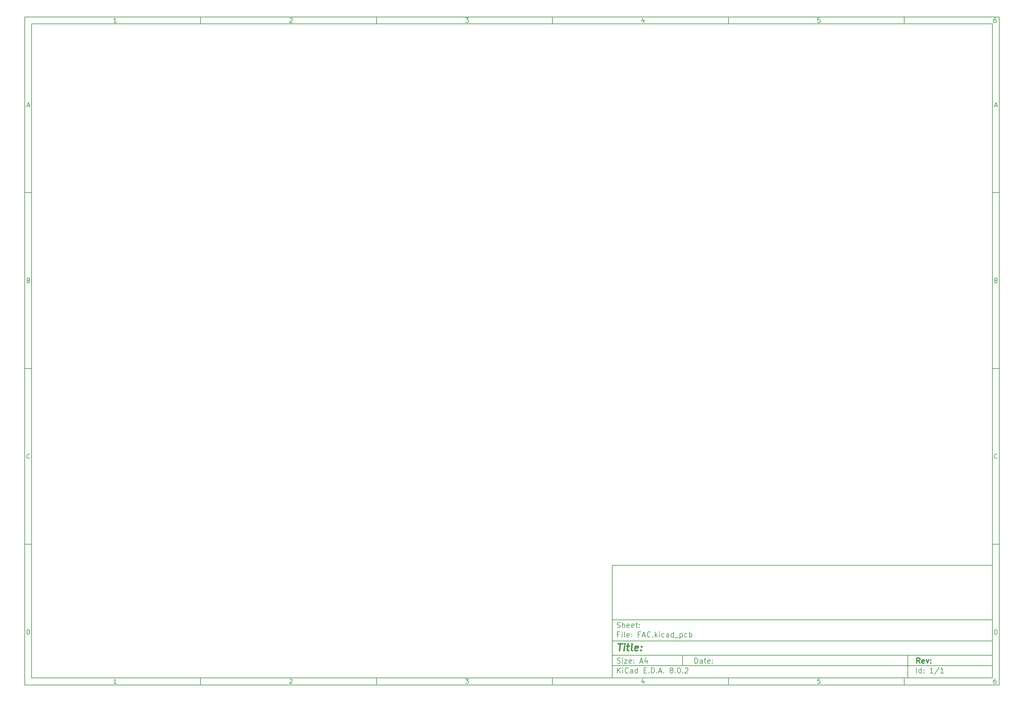
<source format=gbr>
%TF.GenerationSoftware,KiCad,Pcbnew,8.0.2*%
%TF.CreationDate,2024-06-13T18:36:30+05:30*%
%TF.ProjectId,FAC,4641432e-6b69-4636-9164-5f7063625858,rev?*%
%TF.SameCoordinates,Original*%
%TF.FileFunction,Legend,Bot*%
%TF.FilePolarity,Positive*%
%FSLAX46Y46*%
G04 Gerber Fmt 4.6, Leading zero omitted, Abs format (unit mm)*
G04 Created by KiCad (PCBNEW 8.0.2) date 2024-06-13 18:36:30*
%MOMM*%
%LPD*%
G01*
G04 APERTURE LIST*
%ADD10C,0.100000*%
%ADD11C,0.150000*%
%ADD12C,0.300000*%
%ADD13C,0.400000*%
G04 APERTURE END LIST*
D10*
D11*
X177002200Y-166007200D02*
X285002200Y-166007200D01*
X285002200Y-198007200D01*
X177002200Y-198007200D01*
X177002200Y-166007200D01*
D10*
D11*
X10000000Y-10000000D02*
X287002200Y-10000000D01*
X287002200Y-200007200D01*
X10000000Y-200007200D01*
X10000000Y-10000000D01*
D10*
D11*
X12000000Y-12000000D02*
X285002200Y-12000000D01*
X285002200Y-198007200D01*
X12000000Y-198007200D01*
X12000000Y-12000000D01*
D10*
D11*
X60000000Y-12000000D02*
X60000000Y-10000000D01*
D10*
D11*
X110000000Y-12000000D02*
X110000000Y-10000000D01*
D10*
D11*
X160000000Y-12000000D02*
X160000000Y-10000000D01*
D10*
D11*
X210000000Y-12000000D02*
X210000000Y-10000000D01*
D10*
D11*
X260000000Y-12000000D02*
X260000000Y-10000000D01*
D10*
D11*
X36089160Y-11593604D02*
X35346303Y-11593604D01*
X35717731Y-11593604D02*
X35717731Y-10293604D01*
X35717731Y-10293604D02*
X35593922Y-10479319D01*
X35593922Y-10479319D02*
X35470112Y-10603128D01*
X35470112Y-10603128D02*
X35346303Y-10665033D01*
D10*
D11*
X85346303Y-10417414D02*
X85408207Y-10355509D01*
X85408207Y-10355509D02*
X85532017Y-10293604D01*
X85532017Y-10293604D02*
X85841541Y-10293604D01*
X85841541Y-10293604D02*
X85965350Y-10355509D01*
X85965350Y-10355509D02*
X86027255Y-10417414D01*
X86027255Y-10417414D02*
X86089160Y-10541223D01*
X86089160Y-10541223D02*
X86089160Y-10665033D01*
X86089160Y-10665033D02*
X86027255Y-10850747D01*
X86027255Y-10850747D02*
X85284398Y-11593604D01*
X85284398Y-11593604D02*
X86089160Y-11593604D01*
D10*
D11*
X135284398Y-10293604D02*
X136089160Y-10293604D01*
X136089160Y-10293604D02*
X135655826Y-10788842D01*
X135655826Y-10788842D02*
X135841541Y-10788842D01*
X135841541Y-10788842D02*
X135965350Y-10850747D01*
X135965350Y-10850747D02*
X136027255Y-10912652D01*
X136027255Y-10912652D02*
X136089160Y-11036461D01*
X136089160Y-11036461D02*
X136089160Y-11345985D01*
X136089160Y-11345985D02*
X136027255Y-11469795D01*
X136027255Y-11469795D02*
X135965350Y-11531700D01*
X135965350Y-11531700D02*
X135841541Y-11593604D01*
X135841541Y-11593604D02*
X135470112Y-11593604D01*
X135470112Y-11593604D02*
X135346303Y-11531700D01*
X135346303Y-11531700D02*
X135284398Y-11469795D01*
D10*
D11*
X185965350Y-10726938D02*
X185965350Y-11593604D01*
X185655826Y-10231700D02*
X185346303Y-11160271D01*
X185346303Y-11160271D02*
X186151064Y-11160271D01*
D10*
D11*
X236027255Y-10293604D02*
X235408207Y-10293604D01*
X235408207Y-10293604D02*
X235346303Y-10912652D01*
X235346303Y-10912652D02*
X235408207Y-10850747D01*
X235408207Y-10850747D02*
X235532017Y-10788842D01*
X235532017Y-10788842D02*
X235841541Y-10788842D01*
X235841541Y-10788842D02*
X235965350Y-10850747D01*
X235965350Y-10850747D02*
X236027255Y-10912652D01*
X236027255Y-10912652D02*
X236089160Y-11036461D01*
X236089160Y-11036461D02*
X236089160Y-11345985D01*
X236089160Y-11345985D02*
X236027255Y-11469795D01*
X236027255Y-11469795D02*
X235965350Y-11531700D01*
X235965350Y-11531700D02*
X235841541Y-11593604D01*
X235841541Y-11593604D02*
X235532017Y-11593604D01*
X235532017Y-11593604D02*
X235408207Y-11531700D01*
X235408207Y-11531700D02*
X235346303Y-11469795D01*
D10*
D11*
X285965350Y-10293604D02*
X285717731Y-10293604D01*
X285717731Y-10293604D02*
X285593922Y-10355509D01*
X285593922Y-10355509D02*
X285532017Y-10417414D01*
X285532017Y-10417414D02*
X285408207Y-10603128D01*
X285408207Y-10603128D02*
X285346303Y-10850747D01*
X285346303Y-10850747D02*
X285346303Y-11345985D01*
X285346303Y-11345985D02*
X285408207Y-11469795D01*
X285408207Y-11469795D02*
X285470112Y-11531700D01*
X285470112Y-11531700D02*
X285593922Y-11593604D01*
X285593922Y-11593604D02*
X285841541Y-11593604D01*
X285841541Y-11593604D02*
X285965350Y-11531700D01*
X285965350Y-11531700D02*
X286027255Y-11469795D01*
X286027255Y-11469795D02*
X286089160Y-11345985D01*
X286089160Y-11345985D02*
X286089160Y-11036461D01*
X286089160Y-11036461D02*
X286027255Y-10912652D01*
X286027255Y-10912652D02*
X285965350Y-10850747D01*
X285965350Y-10850747D02*
X285841541Y-10788842D01*
X285841541Y-10788842D02*
X285593922Y-10788842D01*
X285593922Y-10788842D02*
X285470112Y-10850747D01*
X285470112Y-10850747D02*
X285408207Y-10912652D01*
X285408207Y-10912652D02*
X285346303Y-11036461D01*
D10*
D11*
X60000000Y-198007200D02*
X60000000Y-200007200D01*
D10*
D11*
X110000000Y-198007200D02*
X110000000Y-200007200D01*
D10*
D11*
X160000000Y-198007200D02*
X160000000Y-200007200D01*
D10*
D11*
X210000000Y-198007200D02*
X210000000Y-200007200D01*
D10*
D11*
X260000000Y-198007200D02*
X260000000Y-200007200D01*
D10*
D11*
X36089160Y-199600804D02*
X35346303Y-199600804D01*
X35717731Y-199600804D02*
X35717731Y-198300804D01*
X35717731Y-198300804D02*
X35593922Y-198486519D01*
X35593922Y-198486519D02*
X35470112Y-198610328D01*
X35470112Y-198610328D02*
X35346303Y-198672233D01*
D10*
D11*
X85346303Y-198424614D02*
X85408207Y-198362709D01*
X85408207Y-198362709D02*
X85532017Y-198300804D01*
X85532017Y-198300804D02*
X85841541Y-198300804D01*
X85841541Y-198300804D02*
X85965350Y-198362709D01*
X85965350Y-198362709D02*
X86027255Y-198424614D01*
X86027255Y-198424614D02*
X86089160Y-198548423D01*
X86089160Y-198548423D02*
X86089160Y-198672233D01*
X86089160Y-198672233D02*
X86027255Y-198857947D01*
X86027255Y-198857947D02*
X85284398Y-199600804D01*
X85284398Y-199600804D02*
X86089160Y-199600804D01*
D10*
D11*
X135284398Y-198300804D02*
X136089160Y-198300804D01*
X136089160Y-198300804D02*
X135655826Y-198796042D01*
X135655826Y-198796042D02*
X135841541Y-198796042D01*
X135841541Y-198796042D02*
X135965350Y-198857947D01*
X135965350Y-198857947D02*
X136027255Y-198919852D01*
X136027255Y-198919852D02*
X136089160Y-199043661D01*
X136089160Y-199043661D02*
X136089160Y-199353185D01*
X136089160Y-199353185D02*
X136027255Y-199476995D01*
X136027255Y-199476995D02*
X135965350Y-199538900D01*
X135965350Y-199538900D02*
X135841541Y-199600804D01*
X135841541Y-199600804D02*
X135470112Y-199600804D01*
X135470112Y-199600804D02*
X135346303Y-199538900D01*
X135346303Y-199538900D02*
X135284398Y-199476995D01*
D10*
D11*
X185965350Y-198734138D02*
X185965350Y-199600804D01*
X185655826Y-198238900D02*
X185346303Y-199167471D01*
X185346303Y-199167471D02*
X186151064Y-199167471D01*
D10*
D11*
X236027255Y-198300804D02*
X235408207Y-198300804D01*
X235408207Y-198300804D02*
X235346303Y-198919852D01*
X235346303Y-198919852D02*
X235408207Y-198857947D01*
X235408207Y-198857947D02*
X235532017Y-198796042D01*
X235532017Y-198796042D02*
X235841541Y-198796042D01*
X235841541Y-198796042D02*
X235965350Y-198857947D01*
X235965350Y-198857947D02*
X236027255Y-198919852D01*
X236027255Y-198919852D02*
X236089160Y-199043661D01*
X236089160Y-199043661D02*
X236089160Y-199353185D01*
X236089160Y-199353185D02*
X236027255Y-199476995D01*
X236027255Y-199476995D02*
X235965350Y-199538900D01*
X235965350Y-199538900D02*
X235841541Y-199600804D01*
X235841541Y-199600804D02*
X235532017Y-199600804D01*
X235532017Y-199600804D02*
X235408207Y-199538900D01*
X235408207Y-199538900D02*
X235346303Y-199476995D01*
D10*
D11*
X285965350Y-198300804D02*
X285717731Y-198300804D01*
X285717731Y-198300804D02*
X285593922Y-198362709D01*
X285593922Y-198362709D02*
X285532017Y-198424614D01*
X285532017Y-198424614D02*
X285408207Y-198610328D01*
X285408207Y-198610328D02*
X285346303Y-198857947D01*
X285346303Y-198857947D02*
X285346303Y-199353185D01*
X285346303Y-199353185D02*
X285408207Y-199476995D01*
X285408207Y-199476995D02*
X285470112Y-199538900D01*
X285470112Y-199538900D02*
X285593922Y-199600804D01*
X285593922Y-199600804D02*
X285841541Y-199600804D01*
X285841541Y-199600804D02*
X285965350Y-199538900D01*
X285965350Y-199538900D02*
X286027255Y-199476995D01*
X286027255Y-199476995D02*
X286089160Y-199353185D01*
X286089160Y-199353185D02*
X286089160Y-199043661D01*
X286089160Y-199043661D02*
X286027255Y-198919852D01*
X286027255Y-198919852D02*
X285965350Y-198857947D01*
X285965350Y-198857947D02*
X285841541Y-198796042D01*
X285841541Y-198796042D02*
X285593922Y-198796042D01*
X285593922Y-198796042D02*
X285470112Y-198857947D01*
X285470112Y-198857947D02*
X285408207Y-198919852D01*
X285408207Y-198919852D02*
X285346303Y-199043661D01*
D10*
D11*
X10000000Y-60000000D02*
X12000000Y-60000000D01*
D10*
D11*
X10000000Y-110000000D02*
X12000000Y-110000000D01*
D10*
D11*
X10000000Y-160000000D02*
X12000000Y-160000000D01*
D10*
D11*
X10690476Y-35222176D02*
X11309523Y-35222176D01*
X10566666Y-35593604D02*
X10999999Y-34293604D01*
X10999999Y-34293604D02*
X11433333Y-35593604D01*
D10*
D11*
X11092857Y-84912652D02*
X11278571Y-84974557D01*
X11278571Y-84974557D02*
X11340476Y-85036461D01*
X11340476Y-85036461D02*
X11402380Y-85160271D01*
X11402380Y-85160271D02*
X11402380Y-85345985D01*
X11402380Y-85345985D02*
X11340476Y-85469795D01*
X11340476Y-85469795D02*
X11278571Y-85531700D01*
X11278571Y-85531700D02*
X11154761Y-85593604D01*
X11154761Y-85593604D02*
X10659523Y-85593604D01*
X10659523Y-85593604D02*
X10659523Y-84293604D01*
X10659523Y-84293604D02*
X11092857Y-84293604D01*
X11092857Y-84293604D02*
X11216666Y-84355509D01*
X11216666Y-84355509D02*
X11278571Y-84417414D01*
X11278571Y-84417414D02*
X11340476Y-84541223D01*
X11340476Y-84541223D02*
X11340476Y-84665033D01*
X11340476Y-84665033D02*
X11278571Y-84788842D01*
X11278571Y-84788842D02*
X11216666Y-84850747D01*
X11216666Y-84850747D02*
X11092857Y-84912652D01*
X11092857Y-84912652D02*
X10659523Y-84912652D01*
D10*
D11*
X11402380Y-135469795D02*
X11340476Y-135531700D01*
X11340476Y-135531700D02*
X11154761Y-135593604D01*
X11154761Y-135593604D02*
X11030952Y-135593604D01*
X11030952Y-135593604D02*
X10845238Y-135531700D01*
X10845238Y-135531700D02*
X10721428Y-135407890D01*
X10721428Y-135407890D02*
X10659523Y-135284080D01*
X10659523Y-135284080D02*
X10597619Y-135036461D01*
X10597619Y-135036461D02*
X10597619Y-134850747D01*
X10597619Y-134850747D02*
X10659523Y-134603128D01*
X10659523Y-134603128D02*
X10721428Y-134479319D01*
X10721428Y-134479319D02*
X10845238Y-134355509D01*
X10845238Y-134355509D02*
X11030952Y-134293604D01*
X11030952Y-134293604D02*
X11154761Y-134293604D01*
X11154761Y-134293604D02*
X11340476Y-134355509D01*
X11340476Y-134355509D02*
X11402380Y-134417414D01*
D10*
D11*
X10659523Y-185593604D02*
X10659523Y-184293604D01*
X10659523Y-184293604D02*
X10969047Y-184293604D01*
X10969047Y-184293604D02*
X11154761Y-184355509D01*
X11154761Y-184355509D02*
X11278571Y-184479319D01*
X11278571Y-184479319D02*
X11340476Y-184603128D01*
X11340476Y-184603128D02*
X11402380Y-184850747D01*
X11402380Y-184850747D02*
X11402380Y-185036461D01*
X11402380Y-185036461D02*
X11340476Y-185284080D01*
X11340476Y-185284080D02*
X11278571Y-185407890D01*
X11278571Y-185407890D02*
X11154761Y-185531700D01*
X11154761Y-185531700D02*
X10969047Y-185593604D01*
X10969047Y-185593604D02*
X10659523Y-185593604D01*
D10*
D11*
X287002200Y-60000000D02*
X285002200Y-60000000D01*
D10*
D11*
X287002200Y-110000000D02*
X285002200Y-110000000D01*
D10*
D11*
X287002200Y-160000000D02*
X285002200Y-160000000D01*
D10*
D11*
X285692676Y-35222176D02*
X286311723Y-35222176D01*
X285568866Y-35593604D02*
X286002199Y-34293604D01*
X286002199Y-34293604D02*
X286435533Y-35593604D01*
D10*
D11*
X286095057Y-84912652D02*
X286280771Y-84974557D01*
X286280771Y-84974557D02*
X286342676Y-85036461D01*
X286342676Y-85036461D02*
X286404580Y-85160271D01*
X286404580Y-85160271D02*
X286404580Y-85345985D01*
X286404580Y-85345985D02*
X286342676Y-85469795D01*
X286342676Y-85469795D02*
X286280771Y-85531700D01*
X286280771Y-85531700D02*
X286156961Y-85593604D01*
X286156961Y-85593604D02*
X285661723Y-85593604D01*
X285661723Y-85593604D02*
X285661723Y-84293604D01*
X285661723Y-84293604D02*
X286095057Y-84293604D01*
X286095057Y-84293604D02*
X286218866Y-84355509D01*
X286218866Y-84355509D02*
X286280771Y-84417414D01*
X286280771Y-84417414D02*
X286342676Y-84541223D01*
X286342676Y-84541223D02*
X286342676Y-84665033D01*
X286342676Y-84665033D02*
X286280771Y-84788842D01*
X286280771Y-84788842D02*
X286218866Y-84850747D01*
X286218866Y-84850747D02*
X286095057Y-84912652D01*
X286095057Y-84912652D02*
X285661723Y-84912652D01*
D10*
D11*
X286404580Y-135469795D02*
X286342676Y-135531700D01*
X286342676Y-135531700D02*
X286156961Y-135593604D01*
X286156961Y-135593604D02*
X286033152Y-135593604D01*
X286033152Y-135593604D02*
X285847438Y-135531700D01*
X285847438Y-135531700D02*
X285723628Y-135407890D01*
X285723628Y-135407890D02*
X285661723Y-135284080D01*
X285661723Y-135284080D02*
X285599819Y-135036461D01*
X285599819Y-135036461D02*
X285599819Y-134850747D01*
X285599819Y-134850747D02*
X285661723Y-134603128D01*
X285661723Y-134603128D02*
X285723628Y-134479319D01*
X285723628Y-134479319D02*
X285847438Y-134355509D01*
X285847438Y-134355509D02*
X286033152Y-134293604D01*
X286033152Y-134293604D02*
X286156961Y-134293604D01*
X286156961Y-134293604D02*
X286342676Y-134355509D01*
X286342676Y-134355509D02*
X286404580Y-134417414D01*
D10*
D11*
X285661723Y-185593604D02*
X285661723Y-184293604D01*
X285661723Y-184293604D02*
X285971247Y-184293604D01*
X285971247Y-184293604D02*
X286156961Y-184355509D01*
X286156961Y-184355509D02*
X286280771Y-184479319D01*
X286280771Y-184479319D02*
X286342676Y-184603128D01*
X286342676Y-184603128D02*
X286404580Y-184850747D01*
X286404580Y-184850747D02*
X286404580Y-185036461D01*
X286404580Y-185036461D02*
X286342676Y-185284080D01*
X286342676Y-185284080D02*
X286280771Y-185407890D01*
X286280771Y-185407890D02*
X286156961Y-185531700D01*
X286156961Y-185531700D02*
X285971247Y-185593604D01*
X285971247Y-185593604D02*
X285661723Y-185593604D01*
D10*
D11*
X200458026Y-193793328D02*
X200458026Y-192293328D01*
X200458026Y-192293328D02*
X200815169Y-192293328D01*
X200815169Y-192293328D02*
X201029455Y-192364757D01*
X201029455Y-192364757D02*
X201172312Y-192507614D01*
X201172312Y-192507614D02*
X201243741Y-192650471D01*
X201243741Y-192650471D02*
X201315169Y-192936185D01*
X201315169Y-192936185D02*
X201315169Y-193150471D01*
X201315169Y-193150471D02*
X201243741Y-193436185D01*
X201243741Y-193436185D02*
X201172312Y-193579042D01*
X201172312Y-193579042D02*
X201029455Y-193721900D01*
X201029455Y-193721900D02*
X200815169Y-193793328D01*
X200815169Y-193793328D02*
X200458026Y-193793328D01*
X202600884Y-193793328D02*
X202600884Y-193007614D01*
X202600884Y-193007614D02*
X202529455Y-192864757D01*
X202529455Y-192864757D02*
X202386598Y-192793328D01*
X202386598Y-192793328D02*
X202100884Y-192793328D01*
X202100884Y-192793328D02*
X201958026Y-192864757D01*
X202600884Y-193721900D02*
X202458026Y-193793328D01*
X202458026Y-193793328D02*
X202100884Y-193793328D01*
X202100884Y-193793328D02*
X201958026Y-193721900D01*
X201958026Y-193721900D02*
X201886598Y-193579042D01*
X201886598Y-193579042D02*
X201886598Y-193436185D01*
X201886598Y-193436185D02*
X201958026Y-193293328D01*
X201958026Y-193293328D02*
X202100884Y-193221900D01*
X202100884Y-193221900D02*
X202458026Y-193221900D01*
X202458026Y-193221900D02*
X202600884Y-193150471D01*
X203100884Y-192793328D02*
X203672312Y-192793328D01*
X203315169Y-192293328D02*
X203315169Y-193579042D01*
X203315169Y-193579042D02*
X203386598Y-193721900D01*
X203386598Y-193721900D02*
X203529455Y-193793328D01*
X203529455Y-193793328D02*
X203672312Y-193793328D01*
X204743741Y-193721900D02*
X204600884Y-193793328D01*
X204600884Y-193793328D02*
X204315170Y-193793328D01*
X204315170Y-193793328D02*
X204172312Y-193721900D01*
X204172312Y-193721900D02*
X204100884Y-193579042D01*
X204100884Y-193579042D02*
X204100884Y-193007614D01*
X204100884Y-193007614D02*
X204172312Y-192864757D01*
X204172312Y-192864757D02*
X204315170Y-192793328D01*
X204315170Y-192793328D02*
X204600884Y-192793328D01*
X204600884Y-192793328D02*
X204743741Y-192864757D01*
X204743741Y-192864757D02*
X204815170Y-193007614D01*
X204815170Y-193007614D02*
X204815170Y-193150471D01*
X204815170Y-193150471D02*
X204100884Y-193293328D01*
X205458026Y-193650471D02*
X205529455Y-193721900D01*
X205529455Y-193721900D02*
X205458026Y-193793328D01*
X205458026Y-193793328D02*
X205386598Y-193721900D01*
X205386598Y-193721900D02*
X205458026Y-193650471D01*
X205458026Y-193650471D02*
X205458026Y-193793328D01*
X205458026Y-192864757D02*
X205529455Y-192936185D01*
X205529455Y-192936185D02*
X205458026Y-193007614D01*
X205458026Y-193007614D02*
X205386598Y-192936185D01*
X205386598Y-192936185D02*
X205458026Y-192864757D01*
X205458026Y-192864757D02*
X205458026Y-193007614D01*
D10*
D11*
X177002200Y-194507200D02*
X285002200Y-194507200D01*
D10*
D11*
X178458026Y-196593328D02*
X178458026Y-195093328D01*
X179315169Y-196593328D02*
X178672312Y-195736185D01*
X179315169Y-195093328D02*
X178458026Y-195950471D01*
X179958026Y-196593328D02*
X179958026Y-195593328D01*
X179958026Y-195093328D02*
X179886598Y-195164757D01*
X179886598Y-195164757D02*
X179958026Y-195236185D01*
X179958026Y-195236185D02*
X180029455Y-195164757D01*
X180029455Y-195164757D02*
X179958026Y-195093328D01*
X179958026Y-195093328D02*
X179958026Y-195236185D01*
X181529455Y-196450471D02*
X181458027Y-196521900D01*
X181458027Y-196521900D02*
X181243741Y-196593328D01*
X181243741Y-196593328D02*
X181100884Y-196593328D01*
X181100884Y-196593328D02*
X180886598Y-196521900D01*
X180886598Y-196521900D02*
X180743741Y-196379042D01*
X180743741Y-196379042D02*
X180672312Y-196236185D01*
X180672312Y-196236185D02*
X180600884Y-195950471D01*
X180600884Y-195950471D02*
X180600884Y-195736185D01*
X180600884Y-195736185D02*
X180672312Y-195450471D01*
X180672312Y-195450471D02*
X180743741Y-195307614D01*
X180743741Y-195307614D02*
X180886598Y-195164757D01*
X180886598Y-195164757D02*
X181100884Y-195093328D01*
X181100884Y-195093328D02*
X181243741Y-195093328D01*
X181243741Y-195093328D02*
X181458027Y-195164757D01*
X181458027Y-195164757D02*
X181529455Y-195236185D01*
X182815170Y-196593328D02*
X182815170Y-195807614D01*
X182815170Y-195807614D02*
X182743741Y-195664757D01*
X182743741Y-195664757D02*
X182600884Y-195593328D01*
X182600884Y-195593328D02*
X182315170Y-195593328D01*
X182315170Y-195593328D02*
X182172312Y-195664757D01*
X182815170Y-196521900D02*
X182672312Y-196593328D01*
X182672312Y-196593328D02*
X182315170Y-196593328D01*
X182315170Y-196593328D02*
X182172312Y-196521900D01*
X182172312Y-196521900D02*
X182100884Y-196379042D01*
X182100884Y-196379042D02*
X182100884Y-196236185D01*
X182100884Y-196236185D02*
X182172312Y-196093328D01*
X182172312Y-196093328D02*
X182315170Y-196021900D01*
X182315170Y-196021900D02*
X182672312Y-196021900D01*
X182672312Y-196021900D02*
X182815170Y-195950471D01*
X184172313Y-196593328D02*
X184172313Y-195093328D01*
X184172313Y-196521900D02*
X184029455Y-196593328D01*
X184029455Y-196593328D02*
X183743741Y-196593328D01*
X183743741Y-196593328D02*
X183600884Y-196521900D01*
X183600884Y-196521900D02*
X183529455Y-196450471D01*
X183529455Y-196450471D02*
X183458027Y-196307614D01*
X183458027Y-196307614D02*
X183458027Y-195879042D01*
X183458027Y-195879042D02*
X183529455Y-195736185D01*
X183529455Y-195736185D02*
X183600884Y-195664757D01*
X183600884Y-195664757D02*
X183743741Y-195593328D01*
X183743741Y-195593328D02*
X184029455Y-195593328D01*
X184029455Y-195593328D02*
X184172313Y-195664757D01*
X186029455Y-195807614D02*
X186529455Y-195807614D01*
X186743741Y-196593328D02*
X186029455Y-196593328D01*
X186029455Y-196593328D02*
X186029455Y-195093328D01*
X186029455Y-195093328D02*
X186743741Y-195093328D01*
X187386598Y-196450471D02*
X187458027Y-196521900D01*
X187458027Y-196521900D02*
X187386598Y-196593328D01*
X187386598Y-196593328D02*
X187315170Y-196521900D01*
X187315170Y-196521900D02*
X187386598Y-196450471D01*
X187386598Y-196450471D02*
X187386598Y-196593328D01*
X188100884Y-196593328D02*
X188100884Y-195093328D01*
X188100884Y-195093328D02*
X188458027Y-195093328D01*
X188458027Y-195093328D02*
X188672313Y-195164757D01*
X188672313Y-195164757D02*
X188815170Y-195307614D01*
X188815170Y-195307614D02*
X188886599Y-195450471D01*
X188886599Y-195450471D02*
X188958027Y-195736185D01*
X188958027Y-195736185D02*
X188958027Y-195950471D01*
X188958027Y-195950471D02*
X188886599Y-196236185D01*
X188886599Y-196236185D02*
X188815170Y-196379042D01*
X188815170Y-196379042D02*
X188672313Y-196521900D01*
X188672313Y-196521900D02*
X188458027Y-196593328D01*
X188458027Y-196593328D02*
X188100884Y-196593328D01*
X189600884Y-196450471D02*
X189672313Y-196521900D01*
X189672313Y-196521900D02*
X189600884Y-196593328D01*
X189600884Y-196593328D02*
X189529456Y-196521900D01*
X189529456Y-196521900D02*
X189600884Y-196450471D01*
X189600884Y-196450471D02*
X189600884Y-196593328D01*
X190243742Y-196164757D02*
X190958028Y-196164757D01*
X190100885Y-196593328D02*
X190600885Y-195093328D01*
X190600885Y-195093328D02*
X191100885Y-196593328D01*
X191600884Y-196450471D02*
X191672313Y-196521900D01*
X191672313Y-196521900D02*
X191600884Y-196593328D01*
X191600884Y-196593328D02*
X191529456Y-196521900D01*
X191529456Y-196521900D02*
X191600884Y-196450471D01*
X191600884Y-196450471D02*
X191600884Y-196593328D01*
X193672313Y-195736185D02*
X193529456Y-195664757D01*
X193529456Y-195664757D02*
X193458027Y-195593328D01*
X193458027Y-195593328D02*
X193386599Y-195450471D01*
X193386599Y-195450471D02*
X193386599Y-195379042D01*
X193386599Y-195379042D02*
X193458027Y-195236185D01*
X193458027Y-195236185D02*
X193529456Y-195164757D01*
X193529456Y-195164757D02*
X193672313Y-195093328D01*
X193672313Y-195093328D02*
X193958027Y-195093328D01*
X193958027Y-195093328D02*
X194100885Y-195164757D01*
X194100885Y-195164757D02*
X194172313Y-195236185D01*
X194172313Y-195236185D02*
X194243742Y-195379042D01*
X194243742Y-195379042D02*
X194243742Y-195450471D01*
X194243742Y-195450471D02*
X194172313Y-195593328D01*
X194172313Y-195593328D02*
X194100885Y-195664757D01*
X194100885Y-195664757D02*
X193958027Y-195736185D01*
X193958027Y-195736185D02*
X193672313Y-195736185D01*
X193672313Y-195736185D02*
X193529456Y-195807614D01*
X193529456Y-195807614D02*
X193458027Y-195879042D01*
X193458027Y-195879042D02*
X193386599Y-196021900D01*
X193386599Y-196021900D02*
X193386599Y-196307614D01*
X193386599Y-196307614D02*
X193458027Y-196450471D01*
X193458027Y-196450471D02*
X193529456Y-196521900D01*
X193529456Y-196521900D02*
X193672313Y-196593328D01*
X193672313Y-196593328D02*
X193958027Y-196593328D01*
X193958027Y-196593328D02*
X194100885Y-196521900D01*
X194100885Y-196521900D02*
X194172313Y-196450471D01*
X194172313Y-196450471D02*
X194243742Y-196307614D01*
X194243742Y-196307614D02*
X194243742Y-196021900D01*
X194243742Y-196021900D02*
X194172313Y-195879042D01*
X194172313Y-195879042D02*
X194100885Y-195807614D01*
X194100885Y-195807614D02*
X193958027Y-195736185D01*
X194886598Y-196450471D02*
X194958027Y-196521900D01*
X194958027Y-196521900D02*
X194886598Y-196593328D01*
X194886598Y-196593328D02*
X194815170Y-196521900D01*
X194815170Y-196521900D02*
X194886598Y-196450471D01*
X194886598Y-196450471D02*
X194886598Y-196593328D01*
X195886599Y-195093328D02*
X196029456Y-195093328D01*
X196029456Y-195093328D02*
X196172313Y-195164757D01*
X196172313Y-195164757D02*
X196243742Y-195236185D01*
X196243742Y-195236185D02*
X196315170Y-195379042D01*
X196315170Y-195379042D02*
X196386599Y-195664757D01*
X196386599Y-195664757D02*
X196386599Y-196021900D01*
X196386599Y-196021900D02*
X196315170Y-196307614D01*
X196315170Y-196307614D02*
X196243742Y-196450471D01*
X196243742Y-196450471D02*
X196172313Y-196521900D01*
X196172313Y-196521900D02*
X196029456Y-196593328D01*
X196029456Y-196593328D02*
X195886599Y-196593328D01*
X195886599Y-196593328D02*
X195743742Y-196521900D01*
X195743742Y-196521900D02*
X195672313Y-196450471D01*
X195672313Y-196450471D02*
X195600884Y-196307614D01*
X195600884Y-196307614D02*
X195529456Y-196021900D01*
X195529456Y-196021900D02*
X195529456Y-195664757D01*
X195529456Y-195664757D02*
X195600884Y-195379042D01*
X195600884Y-195379042D02*
X195672313Y-195236185D01*
X195672313Y-195236185D02*
X195743742Y-195164757D01*
X195743742Y-195164757D02*
X195886599Y-195093328D01*
X197029455Y-196450471D02*
X197100884Y-196521900D01*
X197100884Y-196521900D02*
X197029455Y-196593328D01*
X197029455Y-196593328D02*
X196958027Y-196521900D01*
X196958027Y-196521900D02*
X197029455Y-196450471D01*
X197029455Y-196450471D02*
X197029455Y-196593328D01*
X197672313Y-195236185D02*
X197743741Y-195164757D01*
X197743741Y-195164757D02*
X197886599Y-195093328D01*
X197886599Y-195093328D02*
X198243741Y-195093328D01*
X198243741Y-195093328D02*
X198386599Y-195164757D01*
X198386599Y-195164757D02*
X198458027Y-195236185D01*
X198458027Y-195236185D02*
X198529456Y-195379042D01*
X198529456Y-195379042D02*
X198529456Y-195521900D01*
X198529456Y-195521900D02*
X198458027Y-195736185D01*
X198458027Y-195736185D02*
X197600884Y-196593328D01*
X197600884Y-196593328D02*
X198529456Y-196593328D01*
D10*
D11*
X177002200Y-191507200D02*
X285002200Y-191507200D01*
D10*
D12*
X264413853Y-193785528D02*
X263913853Y-193071242D01*
X263556710Y-193785528D02*
X263556710Y-192285528D01*
X263556710Y-192285528D02*
X264128139Y-192285528D01*
X264128139Y-192285528D02*
X264270996Y-192356957D01*
X264270996Y-192356957D02*
X264342425Y-192428385D01*
X264342425Y-192428385D02*
X264413853Y-192571242D01*
X264413853Y-192571242D02*
X264413853Y-192785528D01*
X264413853Y-192785528D02*
X264342425Y-192928385D01*
X264342425Y-192928385D02*
X264270996Y-192999814D01*
X264270996Y-192999814D02*
X264128139Y-193071242D01*
X264128139Y-193071242D02*
X263556710Y-193071242D01*
X265628139Y-193714100D02*
X265485282Y-193785528D01*
X265485282Y-193785528D02*
X265199568Y-193785528D01*
X265199568Y-193785528D02*
X265056710Y-193714100D01*
X265056710Y-193714100D02*
X264985282Y-193571242D01*
X264985282Y-193571242D02*
X264985282Y-192999814D01*
X264985282Y-192999814D02*
X265056710Y-192856957D01*
X265056710Y-192856957D02*
X265199568Y-192785528D01*
X265199568Y-192785528D02*
X265485282Y-192785528D01*
X265485282Y-192785528D02*
X265628139Y-192856957D01*
X265628139Y-192856957D02*
X265699568Y-192999814D01*
X265699568Y-192999814D02*
X265699568Y-193142671D01*
X265699568Y-193142671D02*
X264985282Y-193285528D01*
X266199567Y-192785528D02*
X266556710Y-193785528D01*
X266556710Y-193785528D02*
X266913853Y-192785528D01*
X267485281Y-193642671D02*
X267556710Y-193714100D01*
X267556710Y-193714100D02*
X267485281Y-193785528D01*
X267485281Y-193785528D02*
X267413853Y-193714100D01*
X267413853Y-193714100D02*
X267485281Y-193642671D01*
X267485281Y-193642671D02*
X267485281Y-193785528D01*
X267485281Y-192856957D02*
X267556710Y-192928385D01*
X267556710Y-192928385D02*
X267485281Y-192999814D01*
X267485281Y-192999814D02*
X267413853Y-192928385D01*
X267413853Y-192928385D02*
X267485281Y-192856957D01*
X267485281Y-192856957D02*
X267485281Y-192999814D01*
D10*
D11*
X178386598Y-193721900D02*
X178600884Y-193793328D01*
X178600884Y-193793328D02*
X178958026Y-193793328D01*
X178958026Y-193793328D02*
X179100884Y-193721900D01*
X179100884Y-193721900D02*
X179172312Y-193650471D01*
X179172312Y-193650471D02*
X179243741Y-193507614D01*
X179243741Y-193507614D02*
X179243741Y-193364757D01*
X179243741Y-193364757D02*
X179172312Y-193221900D01*
X179172312Y-193221900D02*
X179100884Y-193150471D01*
X179100884Y-193150471D02*
X178958026Y-193079042D01*
X178958026Y-193079042D02*
X178672312Y-193007614D01*
X178672312Y-193007614D02*
X178529455Y-192936185D01*
X178529455Y-192936185D02*
X178458026Y-192864757D01*
X178458026Y-192864757D02*
X178386598Y-192721900D01*
X178386598Y-192721900D02*
X178386598Y-192579042D01*
X178386598Y-192579042D02*
X178458026Y-192436185D01*
X178458026Y-192436185D02*
X178529455Y-192364757D01*
X178529455Y-192364757D02*
X178672312Y-192293328D01*
X178672312Y-192293328D02*
X179029455Y-192293328D01*
X179029455Y-192293328D02*
X179243741Y-192364757D01*
X179886597Y-193793328D02*
X179886597Y-192793328D01*
X179886597Y-192293328D02*
X179815169Y-192364757D01*
X179815169Y-192364757D02*
X179886597Y-192436185D01*
X179886597Y-192436185D02*
X179958026Y-192364757D01*
X179958026Y-192364757D02*
X179886597Y-192293328D01*
X179886597Y-192293328D02*
X179886597Y-192436185D01*
X180458026Y-192793328D02*
X181243741Y-192793328D01*
X181243741Y-192793328D02*
X180458026Y-193793328D01*
X180458026Y-193793328D02*
X181243741Y-193793328D01*
X182386598Y-193721900D02*
X182243741Y-193793328D01*
X182243741Y-193793328D02*
X181958027Y-193793328D01*
X181958027Y-193793328D02*
X181815169Y-193721900D01*
X181815169Y-193721900D02*
X181743741Y-193579042D01*
X181743741Y-193579042D02*
X181743741Y-193007614D01*
X181743741Y-193007614D02*
X181815169Y-192864757D01*
X181815169Y-192864757D02*
X181958027Y-192793328D01*
X181958027Y-192793328D02*
X182243741Y-192793328D01*
X182243741Y-192793328D02*
X182386598Y-192864757D01*
X182386598Y-192864757D02*
X182458027Y-193007614D01*
X182458027Y-193007614D02*
X182458027Y-193150471D01*
X182458027Y-193150471D02*
X181743741Y-193293328D01*
X183100883Y-193650471D02*
X183172312Y-193721900D01*
X183172312Y-193721900D02*
X183100883Y-193793328D01*
X183100883Y-193793328D02*
X183029455Y-193721900D01*
X183029455Y-193721900D02*
X183100883Y-193650471D01*
X183100883Y-193650471D02*
X183100883Y-193793328D01*
X183100883Y-192864757D02*
X183172312Y-192936185D01*
X183172312Y-192936185D02*
X183100883Y-193007614D01*
X183100883Y-193007614D02*
X183029455Y-192936185D01*
X183029455Y-192936185D02*
X183100883Y-192864757D01*
X183100883Y-192864757D02*
X183100883Y-193007614D01*
X184886598Y-193364757D02*
X185600884Y-193364757D01*
X184743741Y-193793328D02*
X185243741Y-192293328D01*
X185243741Y-192293328D02*
X185743741Y-193793328D01*
X186886598Y-192793328D02*
X186886598Y-193793328D01*
X186529455Y-192221900D02*
X186172312Y-193293328D01*
X186172312Y-193293328D02*
X187100883Y-193293328D01*
D10*
D11*
X263458026Y-196593328D02*
X263458026Y-195093328D01*
X264815170Y-196593328D02*
X264815170Y-195093328D01*
X264815170Y-196521900D02*
X264672312Y-196593328D01*
X264672312Y-196593328D02*
X264386598Y-196593328D01*
X264386598Y-196593328D02*
X264243741Y-196521900D01*
X264243741Y-196521900D02*
X264172312Y-196450471D01*
X264172312Y-196450471D02*
X264100884Y-196307614D01*
X264100884Y-196307614D02*
X264100884Y-195879042D01*
X264100884Y-195879042D02*
X264172312Y-195736185D01*
X264172312Y-195736185D02*
X264243741Y-195664757D01*
X264243741Y-195664757D02*
X264386598Y-195593328D01*
X264386598Y-195593328D02*
X264672312Y-195593328D01*
X264672312Y-195593328D02*
X264815170Y-195664757D01*
X265529455Y-196450471D02*
X265600884Y-196521900D01*
X265600884Y-196521900D02*
X265529455Y-196593328D01*
X265529455Y-196593328D02*
X265458027Y-196521900D01*
X265458027Y-196521900D02*
X265529455Y-196450471D01*
X265529455Y-196450471D02*
X265529455Y-196593328D01*
X265529455Y-195664757D02*
X265600884Y-195736185D01*
X265600884Y-195736185D02*
X265529455Y-195807614D01*
X265529455Y-195807614D02*
X265458027Y-195736185D01*
X265458027Y-195736185D02*
X265529455Y-195664757D01*
X265529455Y-195664757D02*
X265529455Y-195807614D01*
X268172313Y-196593328D02*
X267315170Y-196593328D01*
X267743741Y-196593328D02*
X267743741Y-195093328D01*
X267743741Y-195093328D02*
X267600884Y-195307614D01*
X267600884Y-195307614D02*
X267458027Y-195450471D01*
X267458027Y-195450471D02*
X267315170Y-195521900D01*
X269886598Y-195021900D02*
X268600884Y-196950471D01*
X271172313Y-196593328D02*
X270315170Y-196593328D01*
X270743741Y-196593328D02*
X270743741Y-195093328D01*
X270743741Y-195093328D02*
X270600884Y-195307614D01*
X270600884Y-195307614D02*
X270458027Y-195450471D01*
X270458027Y-195450471D02*
X270315170Y-195521900D01*
D10*
D11*
X177002200Y-187507200D02*
X285002200Y-187507200D01*
D10*
D13*
X178693928Y-188211638D02*
X179836785Y-188211638D01*
X179015357Y-190211638D02*
X179265357Y-188211638D01*
X180253452Y-190211638D02*
X180420119Y-188878304D01*
X180503452Y-188211638D02*
X180396309Y-188306876D01*
X180396309Y-188306876D02*
X180479643Y-188402114D01*
X180479643Y-188402114D02*
X180586786Y-188306876D01*
X180586786Y-188306876D02*
X180503452Y-188211638D01*
X180503452Y-188211638D02*
X180479643Y-188402114D01*
X181086786Y-188878304D02*
X181848690Y-188878304D01*
X181455833Y-188211638D02*
X181241548Y-189925923D01*
X181241548Y-189925923D02*
X181312976Y-190116400D01*
X181312976Y-190116400D02*
X181491548Y-190211638D01*
X181491548Y-190211638D02*
X181682024Y-190211638D01*
X182634405Y-190211638D02*
X182455833Y-190116400D01*
X182455833Y-190116400D02*
X182384405Y-189925923D01*
X182384405Y-189925923D02*
X182598690Y-188211638D01*
X184170119Y-190116400D02*
X183967738Y-190211638D01*
X183967738Y-190211638D02*
X183586785Y-190211638D01*
X183586785Y-190211638D02*
X183408214Y-190116400D01*
X183408214Y-190116400D02*
X183336785Y-189925923D01*
X183336785Y-189925923D02*
X183432024Y-189164019D01*
X183432024Y-189164019D02*
X183551071Y-188973542D01*
X183551071Y-188973542D02*
X183753452Y-188878304D01*
X183753452Y-188878304D02*
X184134404Y-188878304D01*
X184134404Y-188878304D02*
X184312976Y-188973542D01*
X184312976Y-188973542D02*
X184384404Y-189164019D01*
X184384404Y-189164019D02*
X184360595Y-189354495D01*
X184360595Y-189354495D02*
X183384404Y-189544971D01*
X185134405Y-190021161D02*
X185217738Y-190116400D01*
X185217738Y-190116400D02*
X185110595Y-190211638D01*
X185110595Y-190211638D02*
X185027262Y-190116400D01*
X185027262Y-190116400D02*
X185134405Y-190021161D01*
X185134405Y-190021161D02*
X185110595Y-190211638D01*
X185265357Y-188973542D02*
X185348690Y-189068780D01*
X185348690Y-189068780D02*
X185241548Y-189164019D01*
X185241548Y-189164019D02*
X185158214Y-189068780D01*
X185158214Y-189068780D02*
X185265357Y-188973542D01*
X185265357Y-188973542D02*
X185241548Y-189164019D01*
D10*
D11*
X178958026Y-185607614D02*
X178458026Y-185607614D01*
X178458026Y-186393328D02*
X178458026Y-184893328D01*
X178458026Y-184893328D02*
X179172312Y-184893328D01*
X179743740Y-186393328D02*
X179743740Y-185393328D01*
X179743740Y-184893328D02*
X179672312Y-184964757D01*
X179672312Y-184964757D02*
X179743740Y-185036185D01*
X179743740Y-185036185D02*
X179815169Y-184964757D01*
X179815169Y-184964757D02*
X179743740Y-184893328D01*
X179743740Y-184893328D02*
X179743740Y-185036185D01*
X180672312Y-186393328D02*
X180529455Y-186321900D01*
X180529455Y-186321900D02*
X180458026Y-186179042D01*
X180458026Y-186179042D02*
X180458026Y-184893328D01*
X181815169Y-186321900D02*
X181672312Y-186393328D01*
X181672312Y-186393328D02*
X181386598Y-186393328D01*
X181386598Y-186393328D02*
X181243740Y-186321900D01*
X181243740Y-186321900D02*
X181172312Y-186179042D01*
X181172312Y-186179042D02*
X181172312Y-185607614D01*
X181172312Y-185607614D02*
X181243740Y-185464757D01*
X181243740Y-185464757D02*
X181386598Y-185393328D01*
X181386598Y-185393328D02*
X181672312Y-185393328D01*
X181672312Y-185393328D02*
X181815169Y-185464757D01*
X181815169Y-185464757D02*
X181886598Y-185607614D01*
X181886598Y-185607614D02*
X181886598Y-185750471D01*
X181886598Y-185750471D02*
X181172312Y-185893328D01*
X182529454Y-186250471D02*
X182600883Y-186321900D01*
X182600883Y-186321900D02*
X182529454Y-186393328D01*
X182529454Y-186393328D02*
X182458026Y-186321900D01*
X182458026Y-186321900D02*
X182529454Y-186250471D01*
X182529454Y-186250471D02*
X182529454Y-186393328D01*
X182529454Y-185464757D02*
X182600883Y-185536185D01*
X182600883Y-185536185D02*
X182529454Y-185607614D01*
X182529454Y-185607614D02*
X182458026Y-185536185D01*
X182458026Y-185536185D02*
X182529454Y-185464757D01*
X182529454Y-185464757D02*
X182529454Y-185607614D01*
X184886597Y-185607614D02*
X184386597Y-185607614D01*
X184386597Y-186393328D02*
X184386597Y-184893328D01*
X184386597Y-184893328D02*
X185100883Y-184893328D01*
X185600883Y-185964757D02*
X186315169Y-185964757D01*
X185458026Y-186393328D02*
X185958026Y-184893328D01*
X185958026Y-184893328D02*
X186458026Y-186393328D01*
X187815168Y-186250471D02*
X187743740Y-186321900D01*
X187743740Y-186321900D02*
X187529454Y-186393328D01*
X187529454Y-186393328D02*
X187386597Y-186393328D01*
X187386597Y-186393328D02*
X187172311Y-186321900D01*
X187172311Y-186321900D02*
X187029454Y-186179042D01*
X187029454Y-186179042D02*
X186958025Y-186036185D01*
X186958025Y-186036185D02*
X186886597Y-185750471D01*
X186886597Y-185750471D02*
X186886597Y-185536185D01*
X186886597Y-185536185D02*
X186958025Y-185250471D01*
X186958025Y-185250471D02*
X187029454Y-185107614D01*
X187029454Y-185107614D02*
X187172311Y-184964757D01*
X187172311Y-184964757D02*
X187386597Y-184893328D01*
X187386597Y-184893328D02*
X187529454Y-184893328D01*
X187529454Y-184893328D02*
X187743740Y-184964757D01*
X187743740Y-184964757D02*
X187815168Y-185036185D01*
X188458025Y-186250471D02*
X188529454Y-186321900D01*
X188529454Y-186321900D02*
X188458025Y-186393328D01*
X188458025Y-186393328D02*
X188386597Y-186321900D01*
X188386597Y-186321900D02*
X188458025Y-186250471D01*
X188458025Y-186250471D02*
X188458025Y-186393328D01*
X189172311Y-186393328D02*
X189172311Y-184893328D01*
X189315169Y-185821900D02*
X189743740Y-186393328D01*
X189743740Y-185393328D02*
X189172311Y-185964757D01*
X190386597Y-186393328D02*
X190386597Y-185393328D01*
X190386597Y-184893328D02*
X190315169Y-184964757D01*
X190315169Y-184964757D02*
X190386597Y-185036185D01*
X190386597Y-185036185D02*
X190458026Y-184964757D01*
X190458026Y-184964757D02*
X190386597Y-184893328D01*
X190386597Y-184893328D02*
X190386597Y-185036185D01*
X191743741Y-186321900D02*
X191600883Y-186393328D01*
X191600883Y-186393328D02*
X191315169Y-186393328D01*
X191315169Y-186393328D02*
X191172312Y-186321900D01*
X191172312Y-186321900D02*
X191100883Y-186250471D01*
X191100883Y-186250471D02*
X191029455Y-186107614D01*
X191029455Y-186107614D02*
X191029455Y-185679042D01*
X191029455Y-185679042D02*
X191100883Y-185536185D01*
X191100883Y-185536185D02*
X191172312Y-185464757D01*
X191172312Y-185464757D02*
X191315169Y-185393328D01*
X191315169Y-185393328D02*
X191600883Y-185393328D01*
X191600883Y-185393328D02*
X191743741Y-185464757D01*
X193029455Y-186393328D02*
X193029455Y-185607614D01*
X193029455Y-185607614D02*
X192958026Y-185464757D01*
X192958026Y-185464757D02*
X192815169Y-185393328D01*
X192815169Y-185393328D02*
X192529455Y-185393328D01*
X192529455Y-185393328D02*
X192386597Y-185464757D01*
X193029455Y-186321900D02*
X192886597Y-186393328D01*
X192886597Y-186393328D02*
X192529455Y-186393328D01*
X192529455Y-186393328D02*
X192386597Y-186321900D01*
X192386597Y-186321900D02*
X192315169Y-186179042D01*
X192315169Y-186179042D02*
X192315169Y-186036185D01*
X192315169Y-186036185D02*
X192386597Y-185893328D01*
X192386597Y-185893328D02*
X192529455Y-185821900D01*
X192529455Y-185821900D02*
X192886597Y-185821900D01*
X192886597Y-185821900D02*
X193029455Y-185750471D01*
X194386598Y-186393328D02*
X194386598Y-184893328D01*
X194386598Y-186321900D02*
X194243740Y-186393328D01*
X194243740Y-186393328D02*
X193958026Y-186393328D01*
X193958026Y-186393328D02*
X193815169Y-186321900D01*
X193815169Y-186321900D02*
X193743740Y-186250471D01*
X193743740Y-186250471D02*
X193672312Y-186107614D01*
X193672312Y-186107614D02*
X193672312Y-185679042D01*
X193672312Y-185679042D02*
X193743740Y-185536185D01*
X193743740Y-185536185D02*
X193815169Y-185464757D01*
X193815169Y-185464757D02*
X193958026Y-185393328D01*
X193958026Y-185393328D02*
X194243740Y-185393328D01*
X194243740Y-185393328D02*
X194386598Y-185464757D01*
X194743741Y-186536185D02*
X195886598Y-186536185D01*
X196243740Y-185393328D02*
X196243740Y-186893328D01*
X196243740Y-185464757D02*
X196386598Y-185393328D01*
X196386598Y-185393328D02*
X196672312Y-185393328D01*
X196672312Y-185393328D02*
X196815169Y-185464757D01*
X196815169Y-185464757D02*
X196886598Y-185536185D01*
X196886598Y-185536185D02*
X196958026Y-185679042D01*
X196958026Y-185679042D02*
X196958026Y-186107614D01*
X196958026Y-186107614D02*
X196886598Y-186250471D01*
X196886598Y-186250471D02*
X196815169Y-186321900D01*
X196815169Y-186321900D02*
X196672312Y-186393328D01*
X196672312Y-186393328D02*
X196386598Y-186393328D01*
X196386598Y-186393328D02*
X196243740Y-186321900D01*
X198243741Y-186321900D02*
X198100883Y-186393328D01*
X198100883Y-186393328D02*
X197815169Y-186393328D01*
X197815169Y-186393328D02*
X197672312Y-186321900D01*
X197672312Y-186321900D02*
X197600883Y-186250471D01*
X197600883Y-186250471D02*
X197529455Y-186107614D01*
X197529455Y-186107614D02*
X197529455Y-185679042D01*
X197529455Y-185679042D02*
X197600883Y-185536185D01*
X197600883Y-185536185D02*
X197672312Y-185464757D01*
X197672312Y-185464757D02*
X197815169Y-185393328D01*
X197815169Y-185393328D02*
X198100883Y-185393328D01*
X198100883Y-185393328D02*
X198243741Y-185464757D01*
X198886597Y-186393328D02*
X198886597Y-184893328D01*
X198886597Y-185464757D02*
X199029455Y-185393328D01*
X199029455Y-185393328D02*
X199315169Y-185393328D01*
X199315169Y-185393328D02*
X199458026Y-185464757D01*
X199458026Y-185464757D02*
X199529455Y-185536185D01*
X199529455Y-185536185D02*
X199600883Y-185679042D01*
X199600883Y-185679042D02*
X199600883Y-186107614D01*
X199600883Y-186107614D02*
X199529455Y-186250471D01*
X199529455Y-186250471D02*
X199458026Y-186321900D01*
X199458026Y-186321900D02*
X199315169Y-186393328D01*
X199315169Y-186393328D02*
X199029455Y-186393328D01*
X199029455Y-186393328D02*
X198886597Y-186321900D01*
D10*
D11*
X177002200Y-181507200D02*
X285002200Y-181507200D01*
D10*
D11*
X178386598Y-183621900D02*
X178600884Y-183693328D01*
X178600884Y-183693328D02*
X178958026Y-183693328D01*
X178958026Y-183693328D02*
X179100884Y-183621900D01*
X179100884Y-183621900D02*
X179172312Y-183550471D01*
X179172312Y-183550471D02*
X179243741Y-183407614D01*
X179243741Y-183407614D02*
X179243741Y-183264757D01*
X179243741Y-183264757D02*
X179172312Y-183121900D01*
X179172312Y-183121900D02*
X179100884Y-183050471D01*
X179100884Y-183050471D02*
X178958026Y-182979042D01*
X178958026Y-182979042D02*
X178672312Y-182907614D01*
X178672312Y-182907614D02*
X178529455Y-182836185D01*
X178529455Y-182836185D02*
X178458026Y-182764757D01*
X178458026Y-182764757D02*
X178386598Y-182621900D01*
X178386598Y-182621900D02*
X178386598Y-182479042D01*
X178386598Y-182479042D02*
X178458026Y-182336185D01*
X178458026Y-182336185D02*
X178529455Y-182264757D01*
X178529455Y-182264757D02*
X178672312Y-182193328D01*
X178672312Y-182193328D02*
X179029455Y-182193328D01*
X179029455Y-182193328D02*
X179243741Y-182264757D01*
X179886597Y-183693328D02*
X179886597Y-182193328D01*
X180529455Y-183693328D02*
X180529455Y-182907614D01*
X180529455Y-182907614D02*
X180458026Y-182764757D01*
X180458026Y-182764757D02*
X180315169Y-182693328D01*
X180315169Y-182693328D02*
X180100883Y-182693328D01*
X180100883Y-182693328D02*
X179958026Y-182764757D01*
X179958026Y-182764757D02*
X179886597Y-182836185D01*
X181815169Y-183621900D02*
X181672312Y-183693328D01*
X181672312Y-183693328D02*
X181386598Y-183693328D01*
X181386598Y-183693328D02*
X181243740Y-183621900D01*
X181243740Y-183621900D02*
X181172312Y-183479042D01*
X181172312Y-183479042D02*
X181172312Y-182907614D01*
X181172312Y-182907614D02*
X181243740Y-182764757D01*
X181243740Y-182764757D02*
X181386598Y-182693328D01*
X181386598Y-182693328D02*
X181672312Y-182693328D01*
X181672312Y-182693328D02*
X181815169Y-182764757D01*
X181815169Y-182764757D02*
X181886598Y-182907614D01*
X181886598Y-182907614D02*
X181886598Y-183050471D01*
X181886598Y-183050471D02*
X181172312Y-183193328D01*
X183100883Y-183621900D02*
X182958026Y-183693328D01*
X182958026Y-183693328D02*
X182672312Y-183693328D01*
X182672312Y-183693328D02*
X182529454Y-183621900D01*
X182529454Y-183621900D02*
X182458026Y-183479042D01*
X182458026Y-183479042D02*
X182458026Y-182907614D01*
X182458026Y-182907614D02*
X182529454Y-182764757D01*
X182529454Y-182764757D02*
X182672312Y-182693328D01*
X182672312Y-182693328D02*
X182958026Y-182693328D01*
X182958026Y-182693328D02*
X183100883Y-182764757D01*
X183100883Y-182764757D02*
X183172312Y-182907614D01*
X183172312Y-182907614D02*
X183172312Y-183050471D01*
X183172312Y-183050471D02*
X182458026Y-183193328D01*
X183600883Y-182693328D02*
X184172311Y-182693328D01*
X183815168Y-182193328D02*
X183815168Y-183479042D01*
X183815168Y-183479042D02*
X183886597Y-183621900D01*
X183886597Y-183621900D02*
X184029454Y-183693328D01*
X184029454Y-183693328D02*
X184172311Y-183693328D01*
X184672311Y-183550471D02*
X184743740Y-183621900D01*
X184743740Y-183621900D02*
X184672311Y-183693328D01*
X184672311Y-183693328D02*
X184600883Y-183621900D01*
X184600883Y-183621900D02*
X184672311Y-183550471D01*
X184672311Y-183550471D02*
X184672311Y-183693328D01*
X184672311Y-182764757D02*
X184743740Y-182836185D01*
X184743740Y-182836185D02*
X184672311Y-182907614D01*
X184672311Y-182907614D02*
X184600883Y-182836185D01*
X184600883Y-182836185D02*
X184672311Y-182764757D01*
X184672311Y-182764757D02*
X184672311Y-182907614D01*
D10*
D11*
X197002200Y-191507200D02*
X197002200Y-194507200D01*
D10*
D11*
X261002200Y-191507200D02*
X261002200Y-198007200D01*
M02*

</source>
